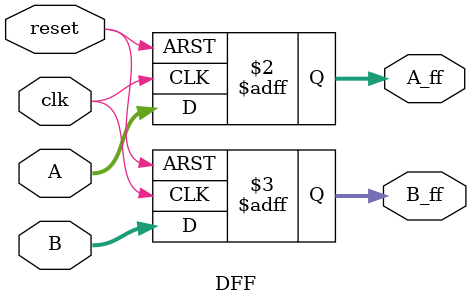
<source format=v>
`timescale 1ns / 1ps


module DFF( input clk , input reset ,
            input [7:0] A , input [7:0] B,
            output reg [7:0] A_ff , 
            output reg [7:0] B_ff 
            );
            
        always@(posedge clk or posedge reset) begin
            if(reset)begin
                A_ff <= 8'b0;
                B_ff <= 8'b0;
                end
            else begin
                A_ff <= A;
                B_ff <= B;
            end
         end               
endmodule   

</source>
